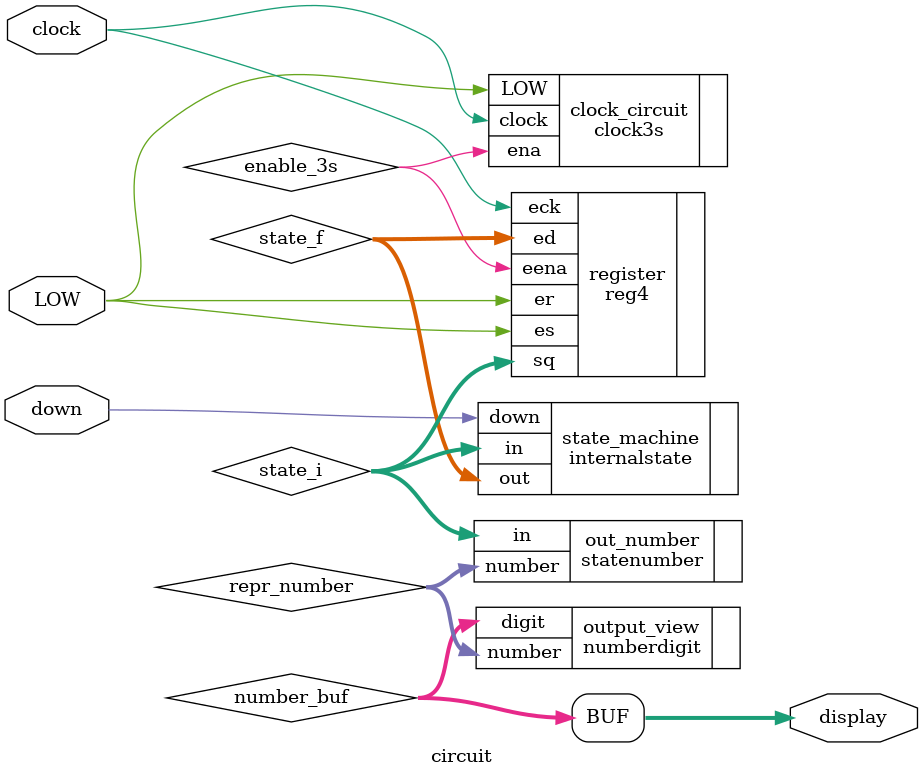
<source format=v>
module circuit(
        input clock,
        input down,
        output [6:0] display,
        input LOW
);


wire HIGH;
not( HIGH, LOW );
// and( LOW, n_number_0, display[0] );


wire [3:0] state_i;
wire [3:0] state_f;
wire [3:0] repr_number;
wire [6:0] number_buf;

wire enable_3s;

clock3s       clock_circuit(.clock(clock), .LOW(LOW), .ena(enable_3s));
internalstate state_machine( .in(state_i), .out(state_f), .down(down));
reg4          register(.ed(state_f), .eck(clock), .es(LOW), .er(LOW), .eena(enable_3s), .sq(state_i));
statenumber   out_number(.in(state_i), .number(repr_number));
numberdigit   output_view(.number(repr_number), .digit(number_buf));

buf( display[0], number_buf[0]);
buf( display[1], number_buf[1]);
buf( display[2], number_buf[2]);
buf( display[3], number_buf[3]);
buf( display[4], number_buf[4]);
buf( display[5], number_buf[5]);
buf( display[6], number_buf[6]);

endmodule
</source>
